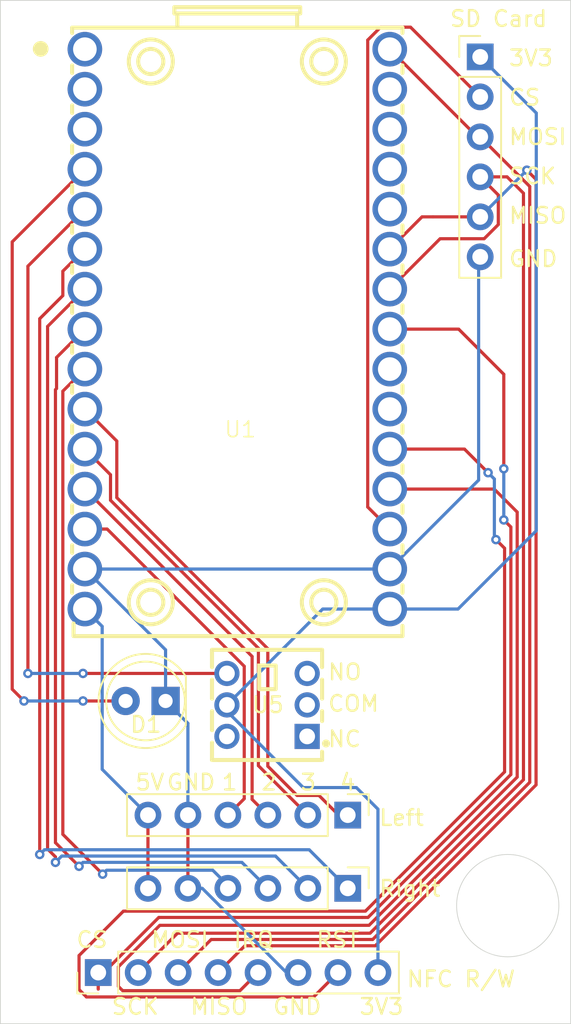
<source format=kicad_pcb>
(kicad_pcb (version 20240108) (generator "pcbnew") (generator_version "8.0")
  (layers (0 "F.Cu" signal) (31 "B.Cu" signal) (34 "B.Paste" user) (35 "F.Paste" user) (36 "B.SilkS" user "B.Silkscreen") (37 "F.SilkS" user "F.Silkscreen") (38 "B.Mask" user) (39 "F.Mask" user) (44 "Edge.Cuts" user))
  (net 0 "")
  (net 1 "GND")
  (net 2 "LightToggle")
  (net 3 "+3.3V")
  (net 4 "NFC_IRQ")
  (net 5 "NFC_RST")
  (net 6 "NFC_CS")
  (net 11 "ActiveSwitch")
  (net 12 "Left2")
  (net 13 "MOSI")
  (net 14 "Left1")
  (net 15 "SD_CS")
  (net 16 "Right1")
  (net 17 "Left4")
  (net 18 "MISO")
  (net 19 "Left3")
  (net 20 "SCK")
  (net 21 "Right2")
  (net 22 "+5V")
  (net 23 "Right3")
  (net 24 "Right4")
  (footprint "Connector_PinHeader_2.54mm:PinHeader_1x06_P2.54mm_Vertical" (layer "F.Cu") (at 199.83 96.4 -90)
    (property "Reference" "U4" (hide yes))
    (property "Value" "~")
    (fp_line (start -1.33 14.03) (end 1.33 14.03) (stroke (width 0.12)) (layer "F.SilkS"))
    (fp_line (start -1.33 1.27) (end -1.33 14.03) (stroke (width 0.12)) (layer "F.SilkS"))
    (fp_line (start -1.33 1.27) (end 1.33 1.27) (stroke (width 0.12)) (layer "F.SilkS"))
    (fp_line (start 1.33 1.27) (end 1.33 14.03) (stroke (width 0.12)) (layer "F.SilkS"))
    (fp_line (start -1.33 0) (end -1.33 -1.33) (stroke (width 0.12)) (layer "F.SilkS"))
    (fp_line (start -1.33 -1.33) (end 0 -1.33) (stroke (width 0.12)) (layer "F.SilkS"))
    (pad "1" thru_hole rect (at 0 0 270) (size 1.7 1.7) (drill 1) (layers "*.Cu" "*.Mask") (net 24 "Right4"))
    (pad "2" thru_hole oval (at 0 2.54 270) (size 1.7 1.7) (drill 1) (layers "*.Cu" "*.Mask") (net 23 "Right3"))
    (pad "3" thru_hole oval (at 0 5.08 270) (size 1.7 1.7) (drill 1) (layers "*.Cu" "*.Mask") (net 21 "Right2"))
    (pad "4" thru_hole oval (at 0 7.62 270) (size 1.7 1.7) (drill 1) (layers "*.Cu" "*.Mask") (net 16 "Right1"))
    (pad "5" thru_hole oval (at 0 10.16 270) (size 1.7 1.7) (drill 1) (layers "*.Cu" "*.Mask") (net 1 "GND"))
    (pad "6" thru_hole oval (at 0 12.7 270) (size 1.7 1.7) (drill 1) (layers "*.Cu" "*.Mask") (net 22 "+5V"))
  )
  (footprint "LED_THT:LED_D5.0mm" (layer "F.Cu") (at 188.25 84.5 180)
    (property "Reference" "D1" (at 1.25 -1.5 360) (layer "F.SilkS"))
    (property "Value" "EnabledLED")
    (fp_line (start -1.29 -1.545) (end -1.29 1.545) (stroke (width 0.12)) (layer "F.SilkS"))
    (fp_arc (start 4.26 -0.000462) (mid 2.072002 2.880433) (end -1.29 1.54483) (stroke (width 0.12)) (layer "F.SilkS"))
    (fp_arc (start -1.29 -1.54483) (mid 2.072002 -2.880433) (end 4.26 0.000462) (stroke (width 0.12)) (layer "F.SilkS"))
    (fp_circle (center 1.27 0) (end 3.77 0) (stroke (width 0.12)) (fill none) (layer "F.SilkS"))
    (pad "1" thru_hole rect (at 0 0 180) (size 1.8 1.8) (drill 0.9) (layers "*.Cu" "*.Mask") (net 1 "GND"))
    (pad "2" thru_hole circle (at 2.54 0 180) (size 1.8 1.8) (drill 0.9) (layers "*.Cu" "*.Mask") (net 2 "LightToggle"))
  )
  (footprint "Connector_PinHeader_2.54mm:PinHeader_1x06_P2.54mm_Vertical" (layer "F.Cu") (at 199.83 91.75 -90)
    (property "Reference" "U3" (hide yes))
    (property "Value" "~")
    (fp_line (start -1.33 14.03) (end 1.33 14.03) (stroke (width 0.12)) (layer "F.SilkS"))
    (fp_line (start -1.33 1.27) (end -1.33 14.03) (stroke (width 0.12)) (layer "F.SilkS"))
    (fp_line (start -1.33 1.27) (end 1.33 1.27) (stroke (width 0.12)) (layer "F.SilkS"))
    (fp_line (start 1.33 1.27) (end 1.33 14.03) (stroke (width 0.12)) (layer "F.SilkS"))
    (fp_line (start -1.33 0) (end -1.33 -1.33) (stroke (width 0.12)) (layer "F.SilkS"))
    (fp_line (start -1.33 -1.33) (end 0 -1.33) (stroke (width 0.12)) (layer "F.SilkS"))
    (pad "1" thru_hole rect (at 0 0 270) (size 1.7 1.7) (drill 1) (layers "*.Cu" "*.Mask") (net 17 "Left4"))
    (pad "2" thru_hole oval (at 0 2.54 270) (size 1.7 1.7) (drill 1) (layers "*.Cu" "*.Mask") (net 19 "Left3"))
    (pad "3" thru_hole oval (at 0 5.08 270) (size 1.7 1.7) (drill 1) (layers "*.Cu" "*.Mask") (net 12 "Left2"))
    (pad "4" thru_hole oval (at 0 7.62 270) (size 1.7 1.7) (drill 1) (layers "*.Cu" "*.Mask") (net 14 "Left1"))
    (pad "5" thru_hole oval (at 0 10.16 270) (size 1.7 1.7) (drill 1) (layers "*.Cu" "*.Mask") (net 1 "GND"))
    (pad "6" thru_hole oval (at 0 12.7 270) (size 1.7 1.7) (drill 1) (layers "*.Cu" "*.Mask") (net 22 "+5V"))
  )
  (footprint "Connector_PinHeader_2.54mm:PinHeader_1x08_P2.54mm_Vertical" (layer "F.Cu") (at 183.97 101.75 90)
    (property "Reference" "J1" (hide yes))
    (property "Value" "NFC/RFID RW")
    (fp_line (start -1.33 -1.33) (end 0 -1.33) (stroke (width 0.12)) (layer "F.SilkS"))
    (fp_line (start -1.33 0) (end -1.33 -1.33) (stroke (width 0.12)) (layer "F.SilkS"))
    (fp_line (start 1.33 1.27) (end 1.33 19.11) (stroke (width 0.12)) (layer "F.SilkS"))
    (fp_line (start -1.33 1.27) (end 1.33 1.27) (stroke (width 0.12)) (layer "F.SilkS"))
    (fp_line (start -1.33 1.27) (end -1.33 19.11) (stroke (width 0.12)) (layer "F.SilkS"))
    (fp_line (start -1.33 19.11) (end 1.33 19.11) (stroke (width 0.12)) (layer "F.SilkS"))
    (pad "1" thru_hole rect (at 0 0 90) (size 1.7 1.7) (drill 1) (layers "*.Cu" "*.Mask") (net 6 "NFC_CS"))
    (pad "2" thru_hole oval (at 0 2.54 90) (size 1.7 1.7) (drill 1) (layers "*.Cu" "*.Mask") (net 20 "SCK"))
    (pad "3" thru_hole oval (at 0 5.08 90) (size 1.7 1.7) (drill 1) (layers "*.Cu" "*.Mask") (net 13 "MOSI"))
    (pad "4" thru_hole oval (at 0 7.62 90) (size 1.7 1.7) (drill 1) (layers "*.Cu" "*.Mask") (net 18 "MISO"))
    (pad "5" thru_hole oval (at 0 10.16 90) (size 1.7 1.7) (drill 1) (layers "*.Cu" "*.Mask") (net 4 "NFC_IRQ"))
    (pad "6" thru_hole oval (at 0 12.7 90) (size 1.7 1.7) (drill 1) (layers "*.Cu" "*.Mask") (net 1 "GND"))
    (pad "7" thru_hole oval (at 0 15.24 90) (size 1.7 1.7) (drill 1) (layers "*.Cu" "*.Mask") (net 5 "NFC_RST"))
    (pad "8" thru_hole oval (at 0 17.78 90) (size 1.7 1.7) (drill 1) (layers "*.Cu" "*.Mask") (net 3 "+3.3V"))
  )
  (footprint "PushButtonLib:SW-TH_6P-L7.0-W7.0-P2.00_KFC7070-Z" (layer "F.Cu") (at 194.7 84.75)
    (property "Reference" "U5" (at 0.05 0 0) (layer "F.SilkS"))
    (property "Value" "~")
    (fp_line (start -3.5 -3.5) (end -3.5 -2.397) (stroke (width 0.254)) (layer "F.SilkS"))
    (fp_line (start -3.5 -1.603) (end -3.5 -0.397) (stroke (width 0.254)) (layer "F.SilkS"))
    (fp_line (start -3.5 0.397) (end -3.5 1.603) (stroke (width 0.254)) (layer "F.SilkS"))
    (fp_line (start -3.5 2.397) (end -3.5 3.5) (stroke (width 0.254)) (layer "F.SilkS"))
    (fp_line (start -3.5 3.5) (end 3.5 3.5) (stroke (width 0.254)) (layer "F.SilkS"))
    (fp_line (start 3.5 -3.5) (end -3.5 -3.5) (stroke (width 0.254)) (layer "F.SilkS"))
    (fp_line (start 3.5 -2.397) (end 3.5 -3.5) (stroke (width 0.254)) (layer "F.SilkS"))
    (fp_line (start 3.5 -0.397) (end 3.5 -1.603) (stroke (width 0.254)) (layer "F.SilkS"))
    (fp_line (start 3.5 1.025) (end 3.5 0.397) (stroke (width 0.254)) (layer "F.SilkS"))
    (fp_line (start 3.5 3.5) (end 3.5 2.975) (stroke (width 0.254)) (layer "F.SilkS"))
    (fp_rect (start -0.5 -2.5) (end 0.55 -1) (stroke (width 0.254)) (fill none) (layer "F.SilkS"))
    (fp_circle (center 3.75 2.45) (end 3.877 2.45) (stroke (width 0.254)) (fill none) (layer "F.SilkS"))
    (pad "1" thru_hole rect (at 2.55 2 270) (size 1.6 1.6) (drill 1) (layers "*.Cu" "*.Mask"))
    (pad "2" thru_hole circle (at 2.55 0 270) (size 1.6 1.6) (drill 1) (layers "*.Cu" "*.Mask"))
    (pad "3" thru_hole circle (at 2.55 -2 270) (size 1.6 1.6) (drill 1) (layers "*.Cu" "*.Mask"))
    (pad "4" thru_hole circle (at -2.55 2 270) (size 1.6 1.6) (drill 1) (layers "*.Cu" "*.Mask"))
    (pad "5" thru_hole circle (at -2.55 0 270) (size 1.6 1.6) (drill 1) (layers "*.Cu" "*.Mask") (net 3 "+3.3V"))
    (pad "6" thru_hole circle (at -2.55 -2 270) (size 1.6 1.6) (drill 1) (layers "*.Cu" "*.Mask") (net 11 "ActiveSwitch"))
  )
  (footprint "Connector_PinHeader_2.54mm:PinHeader_1x06_P2.54mm_Vertical" (layer "F.Cu") (at 208.25 43.59)
    (property "Reference" "U2" (hide yes))
    (property "Value" "~")
    (fp_line (start -1.33 -1.33) (end 0 -1.33) (stroke (width 0.12)) (layer "F.SilkS"))
    (fp_line (start -1.33 0) (end -1.33 -1.33) (stroke (width 0.12)) (layer "F.SilkS"))
    (fp_line (start -1.33 1.27) (end -1.33 14.03) (stroke (width 0.12)) (layer "F.SilkS"))
    (fp_line (start -1.33 1.27) (end 1.33 1.27) (stroke (width 0.12)) (layer "F.SilkS"))
    (fp_line (start -1.33 14.03) (end 1.33 14.03) (stroke (width 0.12)) (layer "F.SilkS"))
    (fp_line (start 1.33 1.27) (end 1.33 14.03) (stroke (width 0.12)) (layer "F.SilkS"))
    (pad "1" thru_hole rect (at 0 0) (size 1.7 1.7) (drill 1) (layers "*.Cu" "*.Mask") (net 3 "+3.3V"))
    (pad "2" thru_hole oval (at 0 2.54) (size 1.7 1.7) (drill 1) (layers "*.Cu" "*.Mask") (net 15 "SD_CS"))
    (pad "3" thru_hole oval (at 0 5.08) (size 1.7 1.7) (drill 1) (layers "*.Cu" "*.Mask") (net 13 "MOSI"))
    (pad "4" thru_hole oval (at 0 7.62) (size 1.7 1.7) (drill 1) (layers "*.Cu" "*.Mask") (net 20 "SCK"))
    (pad "5" thru_hole oval (at 0 10.16) (size 1.7 1.7) (drill 1) (layers "*.Cu" "*.Mask") (net 18 "MISO"))
    (pad "6" thru_hole oval (at 0 12.7) (size 1.7 1.7) (drill 1) (layers "*.Cu" "*.Mask") (net 1 "GND"))
  )
  (footprint "ESP32_OnlineDevBoard:ESP32_OnlineDevBoard" (layer "F.Cu") (at 192.901386 67.23 -90)
    (property "Reference" "U1" (at 0.02 -0.098614 0) (layer "F.SilkS") (effects (font (thickness 0.1))))
    (property "Value" "~")
    (fp_line (start -25.5 10.591386) (end -25.161 10.591386) (stroke (width 0.254)) (layer "F.SilkS"))
    (fp_line (start -23.099 10.591386) (end -22.621 10.591386) (stroke (width 0.254)) (layer "F.SilkS"))
    (fp_line (start -20.559 10.591386) (end -20.081 10.591386) (stroke (width 0.254)) (layer "F.SilkS"))
    (fp_line (start -18.019 10.591386) (end -17.541 10.591386) (stroke (width 0.254)) (layer "F.SilkS"))
    (fp_line (start -15.479 10.591386) (end -15.001 10.591386) (stroke (width 0.254)) (layer "F.SilkS"))
    (fp_line (start -12.939 10.591386) (end -12.461 10.591386) (stroke (width 0.254)) (layer "F.SilkS"))
    (fp_line (start -10.399 10.591386) (end -9.921 10.591386) (stroke (width 0.254)) (layer "F.SilkS"))
    (fp_line (start -7.859 10.591386) (end -7.381 10.591386) (stroke (width 0.254)) (layer "F.SilkS"))
    (fp_line (start -5.319 10.591386) (end -4.841 10.591386) (stroke (width 0.254)) (layer "F.SilkS"))
    (fp_line (start -2.779 10.591386) (end -2.301 10.591386) (stroke (width 0.254)) (layer "F.SilkS"))
    (fp_line (start -0.239 10.591386) (end 0.239 10.591386) (stroke (width 0.254)) (layer "F.SilkS"))
    (fp_line (start 2.301 10.591386) (end 2.779 10.591386) (stroke (width 0.254)) (layer "F.SilkS"))
    (fp_line (start 4.841 10.591386) (end 5.319 10.591386) (stroke (width 0.254)) (layer "F.SilkS"))
    (fp_line (start 7.381 10.591386) (end 7.859 10.591386) (stroke (width 0.254)) (layer "F.SilkS"))
    (fp_line (start 9.921 10.591386) (end 10.399 10.591386) (stroke (width 0.254)) (layer "F.SilkS"))
    (fp_line (start 13.15 10.5) (end 12.35 10.5) (stroke (width 0.254)) (layer "F.SilkS"))
    (fp_line (start -26.3995 4.091386) (end -26.8 4.091386) (stroke (width 0.254)) (layer "F.SilkS"))
    (fp_line (start -26.3995 3.900386) (end -25.525 3.900386) (stroke (width 0.254)) (layer "F.SilkS"))
    (fp_line (start -25.525 3.900386) (end -25.5 3.925886) (stroke (width 0.254)) (layer "F.SilkS"))
    (fp_line (start 13.15 -3.479614) (end 13.15 10.5) (stroke (width 0.254)) (layer "F.SilkS"))
    (fp_line (start 13.15 -3.479614) (end 13.15 -10.408614) (stroke (width 0.254)) (layer "F.SilkS"))
    (fp_line (start -26.3995 -3.711114) (end -25.5 -3.711114) (stroke (width 0.254)) (layer "F.SilkS"))
    (fp_line (start -26.8 -3.908114) (end -26.8 4.091386) (stroke (width 0.254)) (layer "F.SilkS"))
    (fp_line (start -26.8 -3.908114) (end -26.3995 -3.908114) (stroke (width 0.254)) (layer "F.SilkS"))
    (fp_line (start -26.3995 -3.908114) (end -26.3995 4.091386) (stroke (width 0.254)) (layer "F.SilkS"))
    (fp_line (start -25.5 -10.408614) (end -25.5 10.591386) (stroke (width 0.254)) (layer "F.SilkS"))
    (fp_line (start -25.161 -10.408614) (end -25.5 -10.408614) (stroke (width 0.254)) (layer "F.SilkS"))
    (fp_line (start -22.621 -10.408614) (end -23.099 -10.408614) (stroke (width 0.254)) (layer "F.SilkS"))
    (fp_line (start -20.081 -10.408614) (end -20.559 -10.408614) (stroke (width 0.254)) (layer "F.SilkS"))
    (fp_line (start -17.541 -10.408614) (end -18.019 -10.408614) (stroke (width 0.254)) (layer "F.SilkS"))
    (fp_line (start -15.001 -10.408614) (end -15.479 -10.408614) (stroke (width 0.254)) (layer "F.SilkS"))
    (fp_line (start -12.461 -10.408614) (end -12.939 -10.408614) (stroke (width 0.254)) (layer "F.SilkS"))
    (fp_line (start -9.921 -10.408614) (end -10.399 -10.408614) (stroke (width 0.254)) (layer "F.SilkS"))
    (fp_line (start -7.381 -10.408614) (end -7.859 -10.408614) (stroke (width 0.254)) (layer "F.SilkS"))
    (fp_line (start -4.841 -10.408614) (end -5.319 -10.408614) (stroke (width 0.254)) (layer "F.SilkS"))
    (fp_line (start -2.301 -10.408614) (end -2.779 -10.408614) (stroke (width 0.254)) (layer "F.SilkS"))
    (fp_line (start 0.239 -10.408614) (end -0.239 -10.408614) (stroke (width 0.254)) (layer "F.SilkS"))
    (fp_line (start 2.779 -10.408614) (end 2.301 -10.408614) (stroke (width 0.254)) (layer "F.SilkS"))
    (fp_line (start 5.319 -10.408614) (end 4.841 -10.408614) (stroke (width 0.254)) (layer "F.SilkS"))
    (fp_line (start 7.859 -10.408614) (end 7.381 -10.408614) (stroke (width 0.254)) (layer "F.SilkS"))
    (fp_line (start 10.399 -10.408614) (end 9.921 -10.408614) (stroke (width 0.254)) (layer "F.SilkS"))
    (fp_line (start 13.15 -10.408614) (end 12.5 -10.408614) (stroke (width 0.254)) (layer "F.SilkS"))
    (fp_circle (center -24.15 12.591386) (end -23.9 12.591386) (stroke (width 0.5)) (fill none) (layer "F.SilkS"))
    (fp_circle (center -23.35 5.591386) (end -22.55 5.591386) (stroke (width 0.254)) (fill none) (layer "F.SilkS"))
    (fp_circle (center -23.35 5.591386) (end -21.95 5.591386) (stroke (width 0.254)) (fill none) (layer "F.SilkS"))
    (fp_circle (center 11 5.591386) (end 11.8 5.591386) (stroke (width 0.254)) (fill none) (layer "F.SilkS"))
    (fp_circle (center 11 5.591386) (end 12.4 5.591386) (stroke (width 0.254)) (fill none) (layer "F.SilkS"))
    (fp_circle (center -23.35 -5.408614) (end -22.55 -5.408614) (stroke (width 0.254)) (fill none) (layer "F.SilkS"))
    (fp_circle (center -23.35 -5.408614) (end -21.95 -5.408614) (stroke (width 0.254)) (fill none) (layer "F.SilkS"))
    (fp_circle (center 11 -5.408614) (end 11.8 -5.408614) (stroke (width 0.254)) (fill none) (layer "F.SilkS"))
    (fp_circle (center 11 -5.408614) (end 12.4 -5.408614) (stroke (width 0.254)) (fill none) (layer "F.SilkS"))
    (pad "1" thru_hole circle (at -24.13 9.781386 270) (size 2.2 2.2) (drill 1.5) (layers "*.Cu" "*.Mask"))
    (pad "2" thru_hole circle (at -21.59 9.781386 270) (size 2.2 2.2) (drill 1.5) (layers "*.Cu" "*.Mask"))
    (pad "3" thru_hole circle (at -19.05 9.781386 270) (size 2.2 2.2) (drill 1.5) (layers "*.Cu" "*.Mask"))
    (pad "4" thru_hole circle (at -16.51 9.781386 270) (size 2.2 2.2) (drill 1.5) (layers "*.Cu" "*.Mask") (net 2 "LightToggle"))
    (pad "5" thru_hole circle (at -13.97 9.781386 270) (size 2.2 2.2) (drill 1.5) (layers "*.Cu" "*.Mask") (net 11 "ActiveSwitch"))
    (pad "6" thru_hole circle (at -11.43 9.781386 270) (size 2.2 2.2) (drill 1.5) (layers "*.Cu" "*.Mask") (net 24 "Right4"))
    (pad "7" thru_hole circle (at -8.89 9.781386 270) (size 2.2 2.2) (drill 1.5) (layers "*.Cu" "*.Mask") (net 23 "Right3"))
    (pad "8" thru_hole circle (at -6.35 9.781386 270) (size 2.2 2.2) (drill 1.5) (layers "*.Cu" "*.Mask") (net 21 "Right2"))
    (pad "9" thru_hole circle (at -3.81 9.781386 270) (size 2.2 2.2) (drill 1.5) (layers "*.Cu" "*.Mask") (net 16 "Right1"))
    (pad "10" thru_hole circle (at -1.27 9.781386 270) (size 2.2 2.2) (drill 1.5) (layers "*.Cu" "*.Mask") (net 17 "Left4"))
    (pad "11" thru_hole circle (at 1.27 9.781386 270) (size 2.2 2.2) (drill 1.5) (layers "*.Cu" "*.Mask") (net 19 "Left3"))
    (pad "12" thru_hole circle (at 3.81 9.781386 270) (size 2.2 2.2) (drill 1.5) (layers "*.Cu" "*.Mask") (net 12 "Left2"))
    (pad "13" thru_hole circle (at 6.35 9.781386 270) (size 2.2 2.2) (drill 1.5) (layers "*.Cu" "*.Mask") (net 14 "Left1"))
    (pad "14" thru_hole circle (at 8.89 9.781386 270) (size 2.2 2.2) (drill 1.5) (layers "*.Cu" "*.Mask") (net 1 "GND"))
    (pad "15" thru_hole circle (at 11.43 9.781386 270) (size 2.2 2.2) (drill 1.5) (layers "*.Cu" "*.Mask") (net 22 "+5V"))
    (pad "16" thru_hole circle (at 11.43 -9.598614 270) (size 2.2 2.2) (drill 1.5) (layers "*.Cu" "*.Mask") (net 3 "+3.3V"))
    (pad "17" thru_hole circle (at 8.89 -9.598614 270) (size 2.2 2.2) (drill 1.5) (layers "*.Cu" "*.Mask") (net 1 "GND"))
    (pad "18" thru_hole circle (at 6.35 -9.598614 270) (size 2.2 2.2) (drill 1.5) (layers "*.Cu" "*.Mask") (net 15 "SD_CS"))
    (pad "19" thru_hole circle (at 3.81 -9.598614 270) (size 2.2 2.2) (drill 1.5) (layers "*.Cu" "*.Mask") (net 4 "NFC_IRQ"))
    (pad "20" thru_hole circle (at 1.27 -9.598614 270) (size 2.2 2.2) (drill 1.5) (layers "*.Cu" "*.Mask") (net 5 "NFC_RST"))
    (pad "21" thru_hole circle (at -1.27 -9.598614 270) (size 2.2 2.2) (drill 1.5) (layers "*.Cu" "*.Mask"))
    (pad "22" thru_hole circle (at -3.81 -9.598614 270) (size 2.2 2.2) (drill 1.5) (layers "*.Cu" "*.Mask"))
    (pad "23" thru_hole circle (at -6.35 -9.598614 270) (size 2.2 2.2) (drill 1.5) (layers "*.Cu" "*.Mask") (net 6 "NFC_CS"))
    (pad "24" thru_hole circle (at -8.89 -9.598614 270) (size 2.2 2.2) (drill 1.5) (layers "*.Cu" "*.Mask") (net 20 "SCK"))
    (pad "25" thru_hole circle (at -11.43 -9.598614 270) (size 2.2 2.2) (drill 1.5) (layers "*.Cu" "*.Mask") (net 18 "MISO"))
    (pad "26" thru_hole circle (at -13.97 -9.598614 270) (size 2.2 2.2) (drill 1.5) (layers "*.Cu" "*.Mask"))
    (pad "27" thru_hole circle (at -16.51 -9.598614 270) (size 2.2 2.2) (drill 1.5) (layers "*.Cu" "*.Mask"))
    (pad "28" thru_hole circle (at -19.05 -9.598614 270) (size 2.2 2.2) (drill 1.5) (layers "*.Cu" "*.Mask"))
    (pad "29" thru_hole circle (at -21.59 -9.598614 270) (size 2.2 2.2) (drill 1.5) (layers "*.Cu" "*.Mask"))
    (pad "30" thru_hole circle (at -24.13 -9.598614 270) (size 2.2 2.2) (drill 1.5) (layers "*.Cu" "*.Mask") (net 13 "MOSI"))
  )
  (gr_circle (center 210 97.5) (end 213.25 97.5) (stroke (width 0.05)) (fill none) (layer "Edge.Cuts"))
  (gr_rect (start 177.75 40) (end 214 105) (stroke (width 0.05)) (fill none) (layer "Edge.Cuts"))
  (gr_text "CS" (at 210 46.75 0) (layer "F.SilkS") (effects (font (size 1 1)) (justify left bottom)))
  (gr_text "1" (at 191.75 90.25 0) (layer "F.SilkS") (effects (font (size 1 1)) (justify left bottom)))
  (gr_text "GND" (at 210 57 0) (layer "F.SilkS") (effects (font (size 1 1)) (justify left bottom)))
  (gr_text "Left" (at 201.75 92.5 0) (layer "F.SilkS") (effects (font (size 1 1)) (justify left bottom)))
  (gr_text "3V3" (at 200.5 104.5 0) (layer "F.SilkS") (effects (font (size 1 1)) (justify left bottom)))
  (gr_text "MISO" (at 189.75 104.5 0) (layer "F.SilkS") (effects (font (size 1 1)) (justify left bottom)))
  (gr_text "RST" (at 197.75 100.25 0) (layer "F.SilkS") (effects (font (size 1 1)) (justify left bottom)))
  (gr_text "MISO" (at 210 54.25 0) (layer "F.SilkS") (effects (font (size 1 1)) (justify left bottom)))
  (gr_text "2" (at 194.25 90.25 0) (layer "F.SilkS") (effects (font (size 1 1)) (justify left bottom)))
  (gr_text "IRQ" (at 192.5 100.25 0) (layer "F.SilkS") (effects (font (size 1 1)) (justify left bottom)))
  (gr_text "NO" (at 198.5 83.25 0) (layer "F.SilkS") (effects (font (size 1 1)) (justify left bottom)))
  (gr_text "MOSI" (at 187.25 100.25 0) (layer "F.SilkS") (effects (font (size 1 1)) (justify left bottom)))
  (gr_text "SD Card" (at 206.25 41.75 0) (layer "F.SilkS") (effects (font (size 1 1)) (justify left bottom)))
  (gr_text "NFC R/W" (at 203.5 102.75 0) (layer "F.SilkS") (effects (font (size 1 1)) (justify left bottom)))
  (gr_text "GND" (at 188.25 90.25 0) (layer "F.SilkS") (effects (font (size 1 1)) (justify left bottom)))
  (gr_text "COM" (at 198.5 85.25 0) (layer "F.SilkS") (effects (font (size 1 1)) (justify left bottom)))
  (gr_text "SCK" (at 210 51.75 0) (layer "F.SilkS") (effects (font (size 1 1)) (justify left bottom)))
  (gr_text "CS" (at 182.5 100.25 0) (layer "F.SilkS") (effects (font (size 1 1)) (justify left bottom)))
  (gr_text "5V\n" (at 186.25 90.25 0) (layer "F.SilkS") (effects (font (size 1 1)) (justify left bottom)))
  (gr_text "4" (at 199.25 90.25 0) (layer "F.SilkS") (effects (font (size 1 1)) (justify left bottom)))
  (gr_text "Right" (at 201.75 97 0) (layer "F.SilkS") (effects (font (size 1 1)) (justify left bottom)))
  (gr_text "SCK" (at 184.75 104.5 0) (layer "F.SilkS") (effects (font (size 1 1)) (justify left bottom)))
  (gr_text "3V3\n" (at 210 44.25 0) (layer "F.SilkS") (effects (font (size 1 1)) (justify left bottom)))
  (gr_text "GND" (at 195 104.5 0) (layer "F.SilkS") (effects (font (size 1 1)) (justify left bottom)))
  (gr_text "NC" (at 198.5 87.5 0) (layer "F.SilkS") (effects (font (size 1 1)) (justify left bottom)))
  (gr_text "3" (at 196.75 90.25 0) (layer "F.SilkS") (effects (font (size 1 1)) (justify left bottom)))
  (gr_text "MOSI" (at 210 49.25 0) (layer "F.SilkS") (effects (font (size 1 1)) (justify left bottom)))
  (segment (start 189.67 91.75) (end 189.67 96.4) (width 0.2) (layer "F.Cu") (net 1))
  (segment (start 202.5 76.12) (end 183.12 76.12) (width 0.2) (layer "B.Cu") (net 1))
  (segment (start 208.15 56.39) (end 208.25 56.29) (width 0.2) (layer "B.Cu") (net 1))
  (segment (start 189.67 91.75) (end 189.67 85.92) (width 0.2) (layer "B.Cu") (net 1))
  (segment (start 195.933654 101.75) (end 190.583654 96.4) (width 0.2) (layer "B.Cu") (net 1))
  (segment (start 190.583654 96.4) (end 189.67 96.4) (width 0.2) (layer "B.Cu") (net 1))
  (segment (start 196.67 101.75) (end 195.933654 101.75) (width 0.2) (layer "B.Cu") (net 1))
  (segment (start 188.25 81.25) (end 183.12 76.12) (width 0.2) (layer "B.Cu") (net 1))
  (segment (start 189.67 85.92) (end 188.25 84.5) (width 0.2) (layer "B.Cu") (net 1))
  (segment (start 208.15 70.47) (end 208.15 56.39) (width 0.2) (layer "B.Cu") (net 1))
  (segment (start 202.5 76.12) (end 208.15 70.47) (width 0.2) (layer "B.Cu") (net 1))
  (segment (start 188.25 84.5) (end 188.25 81.25) (width 0.2) (layer "B.Cu") (net 1))
  (segment (start 178.5 83.75) (end 178.5 55.34) (width 0.2) (layer "F.Cu") (net 2))
  (segment (start 179.25 84.5) (end 178.5 83.75) (width 0.2) (layer "F.Cu") (net 2))
  (segment (start 178.5 55.34) (end 183.12 50.72) (width 0.2) (layer "F.Cu") (net 2))
  (segment (start 185.71 84.5) (end 183 84.5) (width 0.2) (layer "F.Cu") (net 2))
  (via (at 183 84.5) (size 0.6) (drill 0.3) (layers "F.Cu" "B.Cu") (net 2))
  (via (at 179.25 84.5) (size 0.6) (drill 0.3) (layers "F.Cu" "B.Cu") (net 2))
  (segment (start 183 84.5) (end 179.25 84.5) (width 0.2) (layer "B.Cu") (net 2))
  (segment (start 192.15 84.75) (end 192.15 85.15) (width 0.2) (layer "B.Cu") (net 3))
  (segment (start 211.814265 47.154265) (end 211.814265 73.685735) (width 0.2) (layer "B.Cu") (net 3))
  (segment (start 197 90) (end 200.38 90) (width 0.2) (layer "B.Cu") (net 3))
  (segment (start 202.5 78.66) (end 198.24 78.66) (width 0.2) (layer "B.Cu") (net 3))
  (segment (start 192.15 85.15) (end 197 90) (width 0.2) (layer "B.Cu") (net 3))
  (segment (start 200.38 90) (end 201.75 91.37) (width 0.2) (layer "B.Cu") (net 3))
  (segment (start 206.84 78.66) (end 202.5 78.66) (width 0.2) (layer "B.Cu") (net 3))
  (segment (start 208.25 43.59) (end 211.814265 47.154265) (width 0.2) (layer "B.Cu") (net 3))
  (segment (start 211.814265 73.685735) (end 206.84 78.66) (width 0.2) (layer "B.Cu") (net 3))
  (segment (start 198.24 78.66) (end 192.15 84.75) (width 0.2) (layer "B.Cu") (net 3))
  (segment (start 201.75 91.37) (end 201.75 101.75) (width 0.2) (layer "B.Cu") (net 3))
  (segment (start 185.52 102.9) (end 185.25 102.63) (width 0.2) (layer "F.Cu") (net 4))
  (segment (start 201.184314 98.75) (end 210.6 89.334314) (width 0.2) (layer "F.Cu") (net 4))
  (segment (start 187.883654 98.75) (end 201.184314 98.75) (width 0.2) (layer "F.Cu") (net 4))
  (segment (start 209.14 71.04) (end 202.5 71.04) (width 0.2) (layer "F.Cu") (net 4))
  (segment (start 185.25 101.383654) (end 187.883654 98.75) (width 0.2) (layer "F.Cu") (net 4))
  (segment (start 194.13 101.75) (end 192.98 102.9) (width 0.2) (layer "F.Cu") (net 4))
  (segment (start 210.6 72.5) (end 209.14 71.04) (width 0.2) (layer "F.Cu") (net 4))
  (segment (start 185.25 102.63) (end 185.25 101.383654) (width 0.2) (layer "F.Cu") (net 4))
  (segment (start 192.98 102.9) (end 185.52 102.9) (width 0.2) (layer "F.Cu") (net 4))
  (segment (start 210.6 89.334314) (end 210.6 72.5) (width 0.2) (layer "F.Cu") (net 4))
  (segment (start 197.66 103.3) (end 183.22 103.3) (width 0.2) (layer "F.Cu") (net 5))
  (segment (start 208.75 70) (end 207.25 68.5) (width 0.2) (layer "F.Cu") (net 5))
  (segment (start 209.8 74.8) (end 209.25 74.25) (width 0.2) (layer "F.Cu") (net 5))
  (segment (start 182.75 102.83) (end 182.75 100.67) (width 0.2) (layer "F.Cu") (net 5))
  (segment (start 185.57 97.85) (end 200.952942 97.85) (width 0.2) (layer "F.Cu") (net 5))
  (segment (start 200.952942 97.85) (end 209.8 89.002942) (width 0.2) (layer "F.Cu") (net 5))
  (segment (start 199.21 101.75) (end 197.66 103.3) (width 0.2) (layer "F.Cu") (net 5))
  (segment (start 207.25 68.5) (end 202.5 68.5) (width 0.2) (layer "F.Cu") (net 5))
  (segment (start 182.75 100.67) (end 185.57 97.85) (width 0.2) (layer "F.Cu") (net 5))
  (segment (start 183.22 103.3) (end 182.75 102.83) (width 0.2) (layer "F.Cu") (net 5))
  (segment (start 209.8 89.002942) (end 209.8 74.8) (width 0.2) (layer "F.Cu") (net 5))
  (via (at 209.25 74.25) (size 0.6) (drill 0.3) (layers "F.Cu" "B.Cu") (net 5))
  (via (at 208.75 70) (size 0.6) (drill 0.3) (layers "F.Cu" "B.Cu") (net 5))
  (segment (start 209.25 74.25) (end 209.15 74.15) (width 0.2) (layer "B.Cu") (net 5))
  (segment (start 209.15 70.4) (end 208.75 70) (width 0.2) (layer "B.Cu") (net 5))
  (segment (start 209.15 74.15) (end 209.15 70.4) (width 0.2) (layer "B.Cu") (net 5))
  (segment (start 210.2 89.168628) (end 210.2 73.5) (width 0.2) (layer "F.Cu") (net 6))
  (segment (start 210.2 73.5) (end 210.2 73.45) (width 0.2) (layer "F.Cu") (net 6))
  (segment (start 183.97 102.097968) (end 187.817968 98.25) (width 0.2) (layer "F.Cu") (net 6))
  (segment (start 201.118628 98.25) (end 210.184314 89.184314) (width 0.2) (layer "F.Cu") (net 6))
  (segment (start 187.817968 98.25) (end 200.75 98.25) (width 0.2) (layer "F.Cu") (net 6))
  (segment (start 206.88 60.88) (end 202.5 60.88) (width 0.2) (layer "F.Cu") (net 6))
  (segment (start 183.97 102.8) (end 183.97 102.097968) (width 0.2) (layer "F.Cu") (net 6))
  (segment (start 183.97 101.75) (end 183.97 102.8) (width 0.2) (layer "F.Cu") (net 6))
  (segment (start 210.2 73.45) (end 209.75 73) (width 0.2) (layer "F.Cu") (net 6))
  (segment (start 200.75 98.25) (end 201.118628 98.25) (width 0.2) (layer "F.Cu") (net 6))
  (segment (start 209.75 69.75) (end 209.75 63.75) (width 0.2) (layer "F.Cu") (net 6))
  (segment (start 209.75 63.75) (end 206.88 60.88) (width 0.2) (layer "F.Cu") (net 6))
  (segment (start 210.184314 89.184314) (end 210.2 89.168628) (width 0.2) (layer "F.Cu") (net 6))
  (via (at 209.75 69.75) (size 0.6) (drill 0.3) (layers "F.Cu" "B.Cu") (net 6))
  (via (at 209.75 73) (size 0.6) (drill 0.3) (layers "F.Cu" "B.Cu") (net 6))
  (segment (start 209.75 73) (end 209.75 69.75) (width 0.2) (layer "B.Cu") (net 6))
  (segment (start 192.15 82.75) (end 183 82.75) (width 0.2) (layer "F.Cu") (net 11))
  (segment (start 179.5 82.75) (end 179.5 56.88) (width 0.2) (layer "F.Cu") (net 11))
  (segment (start 179.5 56.88) (end 183.12 53.26) (width 0.2) (layer "F.Cu") (net 11))
  (via (at 183 82.75) (size 0.6) (drill 0.3) (layers "F.Cu" "B.Cu") (net 11))
  (via (at 179.5 82.75) (size 0.6) (drill 0.3) (layers "F.Cu" "B.Cu") (net 11))
  (segment (start 183 82.75) (end 179.5 82.75) (width 0.2) (layer "B.Cu") (net 11))
  (segment (start 193.75 81.67) (end 183.12 71.04) (width 0.2) (layer "F.Cu") (net 12))
  (segment (start 193.75 90.75) (end 193.75 81.67) (width 0.2) (layer "F.Cu") (net 12))
  (segment (start 194.75 91.75) (end 193.75 90.75) (width 0.2) (layer "F.Cu") (net 12))
  (segment (start 201.415686 99.65) (end 211.4 89.665686) (width 0.2) (layer "F.Cu") (net 13))
  (segment (start 211.4 51.82) (end 208.25 48.67) (width 0.2) (layer "F.Cu") (net 13))
  (segment (start 202.5 43.1) (end 208.07 48.67) (width 0.2) (layer "F.Cu") (net 13))
  (segment (start 208.07 48.67) (end 208.25 48.67) (width 0.2) (layer "F.Cu") (net 13))
  (segment (start 191.15 99.65) (end 201.415686 99.65) (width 0.2) (layer "F.Cu") (net 13))
  (segment (start 189.05 101.75) (end 191.15 99.65) (width 0.2) (layer "F.Cu") (net 13))
  (segment (start 211.4 89.665686) (end 211.4 51.82) (width 0.2) (layer "F.Cu") (net 13))
  (segment (start 193.25 90.71) (end 193.25 82.294365) (width 0.2) (layer "F.Cu") (net 14))
  (segment (start 193.25 82.294365) (end 184.535635 73.58) (width 0.2) (layer "F.Cu") (net 14))
  (segment (start 192.21 91.75) (end 193.25 90.71) (width 0.2) (layer "F.Cu") (net 14))
  (segment (start 184.535635 73.58) (end 183.12 73.58) (width 0.2) (layer "F.Cu") (net 14))
  (segment (start 201.1 42.520101) (end 201.920101 41.7) (width 0.2) (layer "F.Cu") (net 15))
  (segment (start 201.920101 41.7) (end 203.82 41.7) (width 0.2) (layer "F.Cu") (net 15))
  (segment (start 203.82 41.7) (end 208.25 46.13) (width 0.2) (layer "F.Cu") (net 15))
  (segment (start 202.5 73.58) (end 201.1 72.18) (width 0.2) (layer "F.Cu") (net 15))
  (segment (start 201.1 72.18) (end 201.1 42.520101) (width 0.2) (layer "F.Cu") (net 15))
  (segment (start 184.25 95.5) (end 181.72 92.97) (width 0.2) (layer "F.Cu") (net 16))
  (segment (start 181.72 92.97) (end 181.72 64.82) (width 0.2) (layer "F.Cu") (net 16))
  (segment (start 181.72 64.82) (end 183.12 63.42) (width 0.2) (layer "F.Cu") (net 16))
  (via (at 184.25 95.5) (size 0.6) (drill 0.3) (layers "F.Cu" "B.Cu") (net 16))
  (segment (start 191.25 95.25) (end 184.5 95.25) (width 0.2) (layer "B.Cu") (net 16))
  (segment (start 184.5 95.25) (end 184.25 95.5) (width 0.2) (layer "B.Cu") (net 16))
  (segment (start 192.21 96.21) (end 191.25 95.25) (width 0.2) (layer "B.Cu") (net 16))
  (segment (start 192.21 96.4) (end 192.21 96.21) (width 0.2) (layer "B.Cu") (net 16))
  (segment (start 199.83 91.75) (end 199.25 91.75) (width 0.2) (layer "F.Cu") (net 17))
  (segment (start 199.25 91.75) (end 198 90.5) (width 0.2) (layer "F.Cu") (net 17))
  (segment (start 196.605686 90.5) (end 194.75 88.644314) (width 0.2) (layer "F.Cu") (net 17))
  (segment (start 194.75 88.644314) (end 194.75 81.184314) (width 0.2) (layer "F.Cu") (net 17))
  (segment (start 185.15 71.584314) (end 185.15 67.99) (width 0.2) (layer "F.Cu") (net 17))
  (segment (start 194.75 81.184314) (end 185.15 71.584314) (width 0.2) (layer "F.Cu") (net 17))
  (segment (start 198 90.5) (end 196.605686 90.5) (width 0.2) (layer "F.Cu") (net 17))
  (segment (start 185.15 67.99) (end 183.12 65.96) (width 0.2) (layer "F.Cu") (net 17))
  (segment (start 208.25 53.75) (end 205.25 53.75) (width 0.2) (layer "F.Cu") (net 18))
  (segment (start 204.55 53.75) (end 202.5 55.8) (width 0.2) (layer "F.Cu") (net 18))
  (segment (start 211.214265 50.785735) (end 211.8 51.37147) (width 0.2) (layer "F.Cu") (net 18))
  (segment (start 201.581372 100.05) (end 193.29 100.05) (width 0.2) (layer "F.Cu") (net 18))
  (segment (start 193.29 100.05) (end 191.59 101.75) (width 0.2) (layer "F.Cu") (net 18))
  (segment (start 211.8 51.37147) (end 211.8 89.831372) (width 0.2) (layer "F.Cu") (net 18))
  (segment (start 205.25 53.75) (end 204.55 53.75) (width 0.2) (layer "F.Cu") (net 18))
  (segment (start 211.8 89.831372) (end 201.581372 100.05) (width 0.2) (layer "F.Cu") (net 18))
  (via (at 211.214265 50.785735) (size 0.6) (drill 0.3) (layers "F.Cu" "B.Cu") (net 18))
  (segment (start 211.214265 50.785735) (end 208.25 53.75) (width 0.2) (layer "B.Cu") (net 18))
  (segment (start 184.75 71.75) (end 184.75 70.13) (width 0.2) (layer "F.Cu") (net 19))
  (segment (start 197.29 91.75) (end 194.15 88.61) (width 0.2) (layer "F.Cu") (net 19))
  (segment (start 194.15 88.61) (end 194.15 81.15) (width 0.2) (layer "F.Cu") (net 19))
  (segment (start 184.75 70.13) (end 183.12 68.5) (width 0.2) (layer "F.Cu") (net 19))
  (segment (start 194.15 81.15) (end 184.75 71.75) (width 0.2) (layer "F.Cu") (net 19))
  (segment (start 211 89.5) (end 211 52.25) (width 0.2) (layer "F.Cu") (net 20))
  (segment (start 208.5 55.14) (end 205.7 55.14) (width 0.2) (layer "F.Cu") (net 20))
  (segment (start 186.51 101.75) (end 189.01 99.25) (width 0.2) (layer "F.Cu") (net 20))
  (segment (start 205.7 55.14) (end 202.5 58.34) (width 0.2) (layer "F.Cu") (net 20))
  (segment (start 208.25 51.21) (end 209.4 52.36) (width 0.2) (layer "F.Cu") (net 20))
  (segment (start 189.01 99.25) (end 201.25 99.25) (width 0.2) (layer "F.Cu") (net 20))
  (segment (start 209.96 51.21) (end 208.25 51.21) (width 0.2) (layer "F.Cu") (net 20))
  (segment (start 209.4 54.24) (end 208.5 55.14) (width 0.2) (layer "F.Cu") (net 20))
  (segment (start 209.4 52.36) (end 209.4 54.24) (width 0.2) (layer "F.Cu") (net 20))
  (segment (start 211 52.25) (end 209.96 51.21) (width 0.2) (layer "F.Cu") (net 20))
  (segment (start 201.25 99.25) (end 211 89.5) (width 0.2) (layer "F.Cu") (net 20))
  (segment (start 181.25 64.724315) (end 181.32 64.654315) (width 0.2) (layer "F.Cu") (net 21))
  (segment (start 182.75 95) (end 181.25 93.5) (width 0.2) (layer "F.Cu") (net 21))
  (segment (start 181.32 64.654315) (end 181.32 62.68) (width 0.2) (layer "F.Cu") (net 21))
  (segment (start 181.25 93.5) (end 181.25 64.724315) (width 0.2) (layer "F.Cu") (net 21))
  (segment (start 181.32 62.68) (end 183.12 60.88) (width 0.2) (layer "F.Cu") (net 21))
  (via (at 182.75 95) (size 0.6) (drill 0.3) (layers "F.Cu" "B.Cu") (net 21))
  (segment (start 183 94.75) (end 182.75 95) (width 0.2) (layer "B.Cu") (net 21))
  (segment (start 193.1 94.75) (end 183 94.75) (width 0.2) (layer "B.Cu") (net 21))
  (segment (start 194.75 96.4) (end 193.1 94.75) (width 0.2) (layer "B.Cu") (net 21))
  (segment (start 187.13 96.4) (end 187.13 91.75) (width 0.2) (layer "F.Cu") (net 22))
  (segment (start 183.12 78.66) (end 184.219999 79.759999) (width 0.2) (layer "B.Cu") (net 22))
  (segment (start 184.219999 88.839999) (end 187.13 91.75) (width 0.2) (layer "B.Cu") (net 22))
  (segment (start 184.219999 79.759999) (end 184.219999 88.839999) (width 0.2) (layer "B.Cu") (net 22))
  (segment (start 181.25 94.401471) (end 180.75 93.901471) (width 0.2) (layer "F.Cu") (net 23))
  (segment (start 180.75 93.901471) (end 180.75 60.71) (width 0.2) (layer "F.Cu") (net 23))
  (segment (start 180.75 60.71) (end 183.12 58.34) (width 0.2) (layer "F.Cu") (net 23))
  (segment (start 181.25 94.75) (end 181.25 94.401471) (width 0.2) (layer "F.Cu") (net 23))
  (via (at 181.25 94.75) (size 0.6) (drill 0.3) (layers "F.Cu" "B.Cu") (net 23))
  (segment (start 197.29 96.4) (end 195.24 94.35) (width 0.2) (layer "B.Cu") (net 23))
  (segment (start 195.24 94.35) (end 181.65 94.35) (width 0.2) (layer "B.Cu") (net 23))
  (segment (start 181.65 94.35) (end 181.25 94.75) (width 0.2) (layer "B.Cu") (net 23))
  (segment (start 181.72 58.75) (end 181.72 57.2) (width 0.2) (layer "F.Cu") (net 24))
  (segment (start 180.25 60.22) (end 181.72 58.75) (width 0.2) (layer "F.Cu") (net 24))
  (segment (start 180.25 94.25) (end 180.25 60.22) (width 0.2) (layer "F.Cu") (net 24))
  (segment (start 181.72 57.2) (end 183.12 55.8) (width 0.2) (layer "F.Cu") (net 24))
  (via (at 180.25 94.25) (size 0.6) (drill 0.3) (layers "F.Cu" "B.Cu") (net 24))
  (segment (start 180.55 93.95) (end 197.38 93.95) (width 0.2) (layer "B.Cu") (net 24))
  (segment (start 180.25 94.25) (end 180.55 93.95) (width 0.2) (layer "B.Cu") (net 24))
  (segment (start 197.38 93.95) (end 199.83 96.4) (width 0.2) (layer "B.Cu") (net 24))
)
</source>
